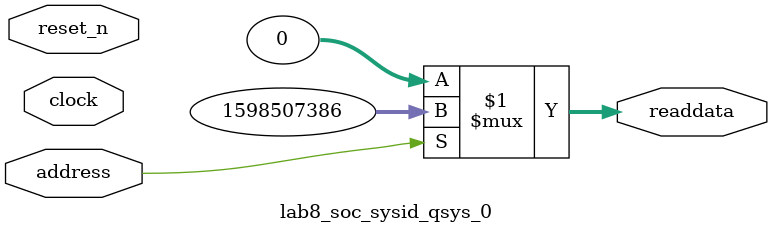
<source format=v>



// synthesis translate_off
`timescale 1ns / 1ps
// synthesis translate_on

// turn off superfluous verilog processor warnings 
// altera message_level Level1 
// altera message_off 10034 10035 10036 10037 10230 10240 10030 

module lab8_soc_sysid_qsys_0 (
               // inputs:
                address,
                clock,
                reset_n,

               // outputs:
                readdata
             )
;

  output  [ 31: 0] readdata;
  input            address;
  input            clock;
  input            reset_n;

  wire    [ 31: 0] readdata;
  //control_slave, which is an e_avalon_slave
  assign readdata = address ? 1598507386 : 0;

endmodule



</source>
